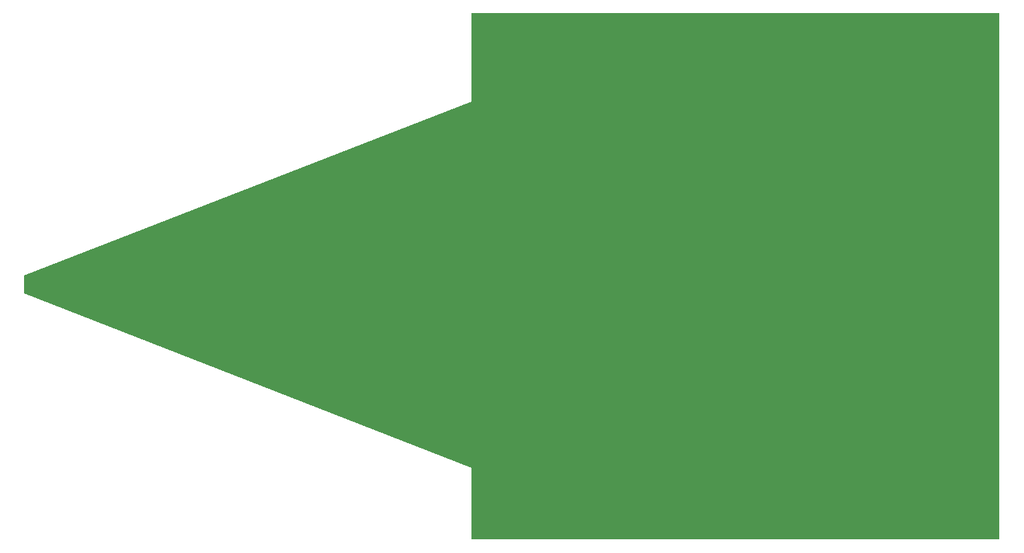
<source format=gbr>
G04 ===== Begin FILE IDENTIFICATION =====*
G04 File Format:  Gerber RS274X*
G04 ===== End FILE IDENTIFICATION =====*
%FSLAX24Y24*%
%MOMM*%
%SFA1.0000B1.0000*%
%OFA0.0B0.0*%
%ADD14R,65.052000X64.965600*%
%LNcond2*%
%IPPOS*%
%LPD*%
G75*
G36*
G01X-23114Y360227D02*
G01X-574144Y145737D01*
G01Y123737D01*
G01X-23114Y-90753D01*
G01Y360227D01*
G37*
D14*
X302146Y145172D03*
M02*


</source>
